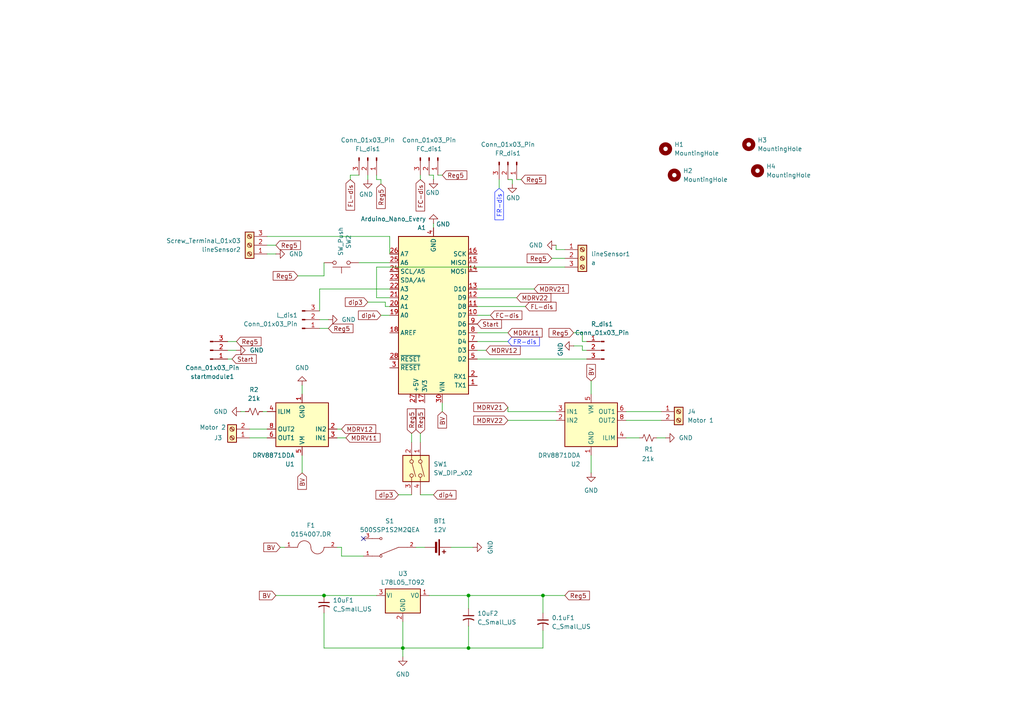
<source format=kicad_sch>
(kicad_sch (version 20250114) (generator "eeschema") (generator_version "9.0")
  (paper "A4")
  (lib_symbols
    (symbol "Connector:Conn_01x03_Pin" (pin_names (offset 1.016) (hide yes))
      (property "Reference" "J" (at 0 5.08 0))
      (property "Value" "Conn_01x03_Pin" (at 0 -5.08 0))
      (symbol "Conn_01x03_Pin_1_1"
        (rectangle (start 0.8636 2.667) (end 0 2.413) (stroke (width 0.1524)) (fill (type outline)))
        (rectangle (start 0.8636 0.127) (end 0 -0.127) (stroke (width 0.1524)) (fill (type outline)))
        (rectangle (start 0.8636 -2.413) (end 0 -2.667) (stroke (width 0.1524)) (fill (type outline)))
        (polyline (pts (xy 1.27 2.54) (xy 0.8636 2.54)) (stroke (width 0.1524)))
        (polyline (pts (xy 1.27 0) (xy 0.8636 0)) (stroke (width 0.1524)))
        (polyline (pts (xy 1.27 -2.54) (xy 0.8636 -2.54)) (stroke (width 0.1524)))
        (pin passive line (at 5.08 2.54 180) (length 3.81) (name "Pin_1") (number "1"))
        (pin passive line (at 5.08 0 180) (length 3.81) (name "Pin_2") (number "2"))
        (pin passive line (at 5.08 -2.54 180) (length 3.81) (name "Pin_3") (number "3"))
      )
    )
    (symbol "Connector:Screw_Terminal_01x02" (pin_names (offset 1.016) (hide yes))
      (property "Reference" "J" (at 0 2.54 0))
      (property "Value" "Screw_Terminal_01x02" (at 0 -5.08 0))
      (symbol "Screw_Terminal_01x02_1_1"
        (rectangle (start -1.27 1.27) (end 1.27 -3.81) (stroke (width 0.254)) (fill (type background)))
        (polyline (pts (xy -0.5334 0.3302) (xy 0.3302 -0.508)) (stroke (width 0.1524)))
        (polyline (pts (xy -0.5334 -2.2098) (xy 0.3302 -3.048)) (stroke (width 0.1524)))
        (polyline (pts (xy -0.3556 0.508) (xy 0.508 -0.3302)) (stroke (width 0.1524)))
        (polyline (pts (xy -0.3556 -2.032) (xy 0.508 -2.8702)) (stroke (width 0.1524)))
        (circle (center 0 0) (radius 0.635) (stroke (width 0.1524)))
        (circle (center 0 -2.54) (radius 0.635) (stroke (width 0.1524)))
        (pin passive line (at -5.08 0 0) (length 3.81) (name "Pin_1") (number "1"))
        (pin passive line (at -5.08 -2.54 0) (length 3.81) (name "Pin_2") (number "2"))
      )
    )
    (symbol "Connector:Screw_Terminal_01x03" (pin_names (offset 1.016) (hide yes))
      (property "Reference" "J" (at 0 5.08 0))
      (property "Value" "Screw_Terminal_01x03" (at 0 -5.08 0))
      (symbol "Screw_Terminal_01x03_1_1"
        (rectangle (start -1.27 3.81) (end 1.27 -3.81) (stroke (width 0.254)) (fill (type background)))
        (polyline (pts (xy -0.5334 2.8702) (xy 0.3302 2.032)) (stroke (width 0.1524)))
        (polyline (pts (xy -0.5334 0.3302) (xy 0.3302 -0.508)) (stroke (width 0.1524)))
        (polyline (pts (xy -0.5334 -2.2098) (xy 0.3302 -3.048)) (stroke (width 0.1524)))
        (polyline (pts (xy -0.3556 3.048) (xy 0.508 2.2098)) (stroke (width 0.1524)))
        (polyline (pts (xy -0.3556 0.508) (xy 0.508 -0.3302)) (stroke (width 0.1524)))
        (polyline (pts (xy -0.3556 -2.032) (xy 0.508 -2.8702)) (stroke (width 0.1524)))
        (circle (center 0 2.54) (radius 0.635) (stroke (width 0.1524)))
        (circle (center 0 0) (radius 0.635) (stroke (width 0.1524)))
        (circle (center 0 -2.54) (radius 0.635) (stroke (width 0.1524)))
        (pin passive line (at -5.08 2.54 0) (length 3.81) (name "Pin_1") (number "1"))
        (pin passive line (at -5.08 0 0) (length 3.81) (name "Pin_2") (number "2"))
        (pin passive line (at -5.08 -2.54 0) (length 3.81) (name "Pin_3") (number "3"))
      )
    )
    (symbol "Device:Battery_Cell" (pin_numbers (hide yes)) (pin_names (offset 0) (hide yes))
      (property "Reference" "BT" (at 2.54 2.54 0))
      (property "Value" "Battery_Cell" (at 2.54 0 0))
      (symbol "Battery_Cell_0_1"
        (rectangle (start -2.286 1.778) (end 2.286 1.524) (fill (type outline)))
        (rectangle (start -1.524 1.016) (end 1.524 0.508) (fill (type outline)))
        (polyline (pts (xy 0 1.778) (xy 0 2.54)))
        (polyline (pts (xy 0 0.762) (xy 0 0)))
        (polyline (pts (xy 0.762 3.048) (xy 1.778 3.048)) (stroke (width 0.254)))
        (polyline (pts (xy 1.27 3.556) (xy 1.27 2.54)) (stroke (width 0.254)))
      )
      (symbol "Battery_Cell_1_1"
        (pin passive line (at 0 5.08 270) (length 2.54) (name "+") (number "1"))
        (pin passive line (at 0 -2.54 90) (length 2.54) (name "-") (number "2"))
      )
    )
    (symbol "Device:C_Small_US" (pin_numbers (hide yes)) (pin_names (offset 0.254) (hide yes))
      (property "Reference" "C" (at 0.254 1.778 0))
      (property "Value" "C_Small_US" (at 0.254 -2.032 0))
      (symbol "C_Small_US_0_1"
        (polyline (pts (xy -1.524 0.508) (xy 1.524 0.508)) (stroke (width 0.3048)))
        (arc (start -1.524 -0.762) (mid 0 -0.3734) (end 1.524 -0.762) (stroke (width 0.3048)))
      )
      (symbol "C_Small_US_1_1"
        (pin passive line (at 0 2.54 270) (length 2.032) (name "~") (number "1"))
        (pin passive line (at 0 -2.54 90) (length 2.032) (name "~") (number "2"))
      )
    )
    (symbol "Device:R_Small_US" (pin_numbers (hide yes)) (pin_names (offset 0.254) (hide yes))
      (property "Reference" "R" (at 0.762 0.508 0))
      (property "Value" "R_Small_US" (at 0.762 -1.016 0))
      (symbol "R_Small_US_1_1"
        (polyline (pts (xy 0 1.524) (xy 1.016 1.143) (xy 0 0.762) (xy -1.016 0.381) (xy 0 0)))
        (polyline (pts (xy 0 0) (xy 1.016 -0.381) (xy 0 -0.762) (xy -1.016 -1.143) (xy 0 -1.524)))
        (pin passive line (at 0 2.54 270) (length 1.016) (name "~") (number "1"))
        (pin passive line (at 0 -2.54 90) (length 1.016) (name "~") (number "2"))
      )
    )
    (symbol "Driver_Motor:DRV8871DDA"
      (property "Reference" "U" (at -6.35 6.35 0))
      (property "Value" "DRV8871DDA" (at 8.89 6.35 0))
      (symbol "DRV8871DDA_0_1"
        (rectangle (start -7.62 5.08) (end 7.62 -7.62) (stroke (width 0.254)) (fill (type background)))
      )
      (symbol "DRV8871DDA_1_1"
        (pin input line (at -10.16 2.54 0) (length 2.54) (name "IN1") (number "3"))
        (pin input line (at -10.16 0 0) (length 2.54) (name "IN2") (number "2"))
        (pin power_in line (at 0 7.62 270) (length 2.54) (name "VM") (number "5"))
        (pin power_in line (at 0 -10.16 90) (length 2.54) (name "GND") (number "1"))
        (pin passive line (at 0 -10.16 90) (length 2.54) (hide yes) (name "GND") (number "7"))
        (pin passive line (at 0 -10.16 90) (length 2.54) (hide yes) (name "GND") (number "9"))
        (pin output line (at 10.16 2.54 180) (length 2.54) (name "OUT1") (number "6"))
        (pin output line (at 10.16 0 180) (length 2.54) (name "OUT2") (number "8"))
        (pin passive line (at 10.16 -5.08 180) (length 2.54) (name "ILIM") (number "4"))
      )
    )
    (symbol "Fuse_0154007_DR:0154007.DR" (pin_names (offset 1.016))
      (property "Reference" "F" (at -3.81 2.54 0))
      (property "Value" "0154007.DR" (at -3.81 -3.81 0))
      (symbol "0154007.DR_0_0"
        (polyline (pts (xy -5.08 0) (xy -3.81 0)) (stroke (width 0.1524)))
        (arc (start -3.81 0) (mid -1.905 1.8967) (end 0 0) (stroke (width 0.1524)))
        (arc (start 3.81 0) (mid 1.905 -1.8967) (end 0 0) (stroke (width 0.1524)))
        (polyline (pts (xy 5.08 0) (xy 3.81 0)) (stroke (width 0.1524)))
        (pin passive line (at -7.62 0 0) (length 2.54) (name "~") (number "1"))
        (pin passive line (at 7.62 0 180) (length 2.54) (name "~") (number "2"))
      )
    )
    (symbol "MCU_Module:Arduino_Nano_Every"
      (property "Reference" "A" (at -10.16 23.495 0))
      (property "Value" "Arduino_Nano_Every" (at 5.08 -24.13 0))
      (symbol "Arduino_Nano_Every_0_1"
        (rectangle (start -10.16 22.86) (end 10.16 -22.86) (stroke (width 0.254)) (fill (type background)))
      )
      (symbol "Arduino_Nano_Every_1_1"
        (pin bidirectional line (at -12.7 20.32 0) (length 2.54) (name "TX1") (number "1"))
        (pin bidirectional line (at -12.7 17.78 0) (length 2.54) (name "RX1") (number "2"))
        (pin bidirectional line (at -12.7 12.7 0) (length 2.54) (name "D2") (number "5"))
        (pin bidirectional line (at -12.7 10.16 0) (length 2.54) (name "D3") (number "6"))
        (pin bidirectional line (at -12.7 7.62 0) (length 2.54) (name "D4") (number "7"))
        (pin bidirectional line (at -12.7 5.08 0) (length 2.54) (name "D5") (number "8"))
        (pin bidirectional line (at -12.7 2.54 0) (length 2.54) (name "D6") (number "9"))
        (pin bidirectional line (at -12.7 0 0) (length 2.54) (name "D7") (number "10"))
        (pin bidirectional line (at -12.7 -2.54 0) (length 2.54) (name "D8") (number "11"))
        (pin bidirectional line (at -12.7 -5.08 0) (length 2.54) (name "D9") (number "12"))
        (pin bidirectional line (at -12.7 -7.62 0) (length 2.54) (name "D10") (number "13"))
        (pin bidirectional line (at -12.7 -12.7 0) (length 2.54) (name "MOSI") (number "14"))
        (pin bidirectional line (at -12.7 -15.24 0) (length 2.54) (name "MISO") (number "15"))
        (pin bidirectional line (at -12.7 -17.78 0) (length 2.54) (name "SCK") (number "16"))
        (pin power_in line (at -2.54 25.4 270) (length 2.54) (name "VIN") (number "30"))
        (pin passive line (at 0 -25.4 90) (length 2.54) (hide yes) (name "GND") (number "29"))
        (pin power_in line (at 0 -25.4 90) (length 2.54) (name "GND") (number "4"))
        (pin power_out line (at 2.54 25.4 270) (length 2.54) (name "3V3") (number "17"))
        (pin power_out line (at 5.08 25.4 270) (length 2.54) (name "+5V") (number "27"))
        (pin input line (at 12.7 15.24 180) (length 2.54) (name "~{RESET}") (number "3"))
        (pin input line (at 12.7 12.7 180) (length 2.54) (name "~{RESET}") (number "28"))
        (pin input line (at 12.7 5.08 180) (length 2.54) (name "AREF") (number "18"))
        (pin bidirectional line (at 12.7 0 180) (length 2.54) (name "A0") (number "19"))
        (pin bidirectional line (at 12.7 -2.54 180) (length 2.54) (name "A1") (number "20"))
        (pin bidirectional line (at 12.7 -5.08 180) (length 2.54) (name "A2") (number "21"))
        (pin bidirectional line (at 12.7 -7.62 180) (length 2.54) (name "A3") (number "22"))
        (pin bidirectional line (at 12.7 -10.16 180) (length 2.54) (name "SDA/A4") (number "23"))
        (pin bidirectional line (at 12.7 -12.7 180) (length 2.54) (name "SCL/A5") (number "24"))
        (pin bidirectional line (at 12.7 -15.24 180) (length 2.54) (name "A6") (number "25"))
        (pin bidirectional line (at 12.7 -17.78 180) (length 2.54) (name "A7") (number "26"))
      )
    )
    (symbol "Mechanical:MountingHole" (pin_names (offset 1.016)) (in_bom no)
      (property "Reference" "H" (at 0 5.08 0))
      (property "Value" "MountingHole" (at 0 3.175 0))
      (symbol "MountingHole_0_1"
        (circle (center 0 0) (radius 1.27) (stroke (width 1.27)))
      )
    )
    (symbol "Regulator_Linear:L78L05_TO92" (pin_names (offset 0.254))
      (property "Reference" "U" (at -3.81 3.175 0))
      (property "Value" "L78L05_TO92" (at 0 3.175 0))
      (symbol "L78L05_TO92_0_1"
        (rectangle (start -5.08 -5.08) (end 5.08 1.905) (stroke (width 0.254)) (fill (type background)))
      )
      (symbol "L78L05_TO92_1_1"
        (pin power_in line (at -7.62 0 0) (length 2.54) (name "VI") (number "3"))
        (pin power_in line (at 0 -7.62 90) (length 2.54) (name "GND") (number "2"))
        (pin power_out line (at 7.62 0 180) (length 2.54) (name "VO") (number "1"))
      )
    )
    (symbol "SPDT_slide_switch:500SSP1S2M2QEA" (pin_names (offset 1.016))
      (property "Reference" "S" (at -2.54 5.08 0))
      (property "Value" "500SSP1S2M2QEA" (at -2.54 -5.08 0))
      (symbol "500SSP1S2M2QEA_0_0"
        (polyline (pts (xy -2.54 0) (xy -5.08 0)) (stroke (width 0.1524)))
        (polyline (pts (xy -2.54 0) (xy 2.794 2.1336)) (stroke (width 0.1524)))
        (circle (center 2.54 2.54) (radius 0.3302) (stroke (width 0.1524)))
        (circle (center 2.54 -2.54) (radius 0.3302) (stroke (width 0.1524)))
        (polyline (pts (xy 5.08 2.54) (xy 2.921 2.54)) (stroke (width 0.1524)))
        (polyline (pts (xy 5.08 -2.54) (xy 2.921 -2.54)) (stroke (width 0.1524)))
        (pin passive line (at -7.62 0 0) (length 2.54) (name "~") (number "2"))
        (pin passive line (at 7.62 2.54 180) (length 2.54) (name "~") (number "1"))
        (pin passive line (at 7.62 -2.54 180) (length 2.54) (name "~") (number "3"))
      )
    )
    (symbol "Switch:SW_DIP_x02" (pin_names (offset 0) (hide yes))
      (property "Reference" "SW" (at 0 6.35 0))
      (property "Value" "SW_DIP_x02" (at 0 -3.81 0))
      (symbol "SW_DIP_x02_0_0"
        (circle (center -2.032 2.54) (radius 0.508))
        (circle (center -2.032 0) (radius 0.508))
        (polyline (pts (xy -1.524 2.667) (xy 2.3622 3.7084)))
        (polyline (pts (xy -1.524 0.127) (xy 2.3622 1.1684)))
        (circle (center 2.032 2.54) (radius 0.508))
        (circle (center 2.032 0) (radius 0.508))
      )
      (symbol "SW_DIP_x02_0_1"
        (rectangle (start -3.81 5.08) (end 3.81 -2.54) (stroke (width 0.254)) (fill (type background)))
      )
      (symbol "SW_DIP_x02_1_1"
        (pin passive line (at -7.62 2.54 0) (length 5.08) (name "~") (number "1"))
        (pin passive line (at -7.62 0 0) (length 5.08) (name "~") (number "2"))
        (pin passive line (at 7.62 2.54 180) (length 5.08) (name "~") (number "4"))
        (pin passive line (at 7.62 0 180) (length 5.08) (name "~") (number "3"))
      )
    )
    (symbol "Switch:SW_Push" (pin_numbers (hide yes)) (pin_names (offset 1.016) (hide yes))
      (property "Reference" "SW" (at 1.27 2.54 0))
      (property "Value" "SW_Push" (at 0 -1.524 0))
      (symbol "SW_Push_0_1"
        (circle (center -2.032 0) (radius 0.508))
        (polyline (pts (xy 0 1.27) (xy 0 3.048)))
        (circle (center 2.032 0) (radius 0.508))
        (polyline (pts (xy 2.54 1.27) (xy -2.54 1.27)))
        (pin passive line (at -5.08 0 0) (length 2.54) (name "1") (number "1"))
        (pin passive line (at 5.08 0 180) (length 2.54) (name "2") (number "2"))
      )
    )
    (symbol "power:GND" (power) (pin_numbers (hide yes)) (pin_names (offset 0) (hide yes))
      (property "Value" "GND" (at 0 -3.81 0))
      (symbol "GND_0_1"
        (polyline (pts (xy 0 0) (xy 0 -1.27) (xy 1.27 -1.27) (xy 0 -2.54) (xy -1.27 -1.27) (xy 0 -1.27)))
      )
      (symbol "GND_1_1"
        (pin power_in line (at 0 0 270) (length 0) (name "~") (number "1"))
      )
    )
  )
  (junction (at 135.89 172.72))
  (junction (at 93.98 172.72))
  (junction (at 135.89 187.96))
  (junction (at 157.48 172.72))
  (junction (at 116.84 187.96))
  (no_connect (at 105.41 156.21))
  (wire (pts (xy 92.71 83.82) (xy 92.71 90.17)))
  (wire (pts (xy 101.6 50.8) (xy 101.6 52.07)))
  (wire (pts (xy 115.57 143.51) (xy 119.38 143.51)))
  (wire (pts (xy 148.59 52.07) (xy 147.32 52.07)))
  (wire (pts (xy 69.85 119.38) (xy 71.12 119.38)))
  (wire (pts (xy 92.71 95.25) (xy 95.25 95.25)))
  (wire (pts (xy 138.43 104.14) (xy 170.18 104.14)))
  (wire (pts (xy 86.36 80.01) (xy 93.98 80.01)))
  (wire (pts (xy 110.49 91.44) (xy 113.03 91.44)))
  (wire (pts (xy 77.47 73.66) (xy 80.01 73.66)))
  (wire (pts (xy 149.86 86.36) (xy 138.43 86.36)))
  (wire (pts (xy 66.04 104.14) (xy 67.31 104.14)))
  (wire (pts (xy 110.49 52.07) (xy 109.22 52.07)))
  (wire (pts (xy 157.48 182.88) (xy 157.48 187.96)))
  (wire (pts (xy 147.32 119.38) (xy 147.32 118.11)))
  (wire (pts (xy 181.61 121.92) (xy 191.77 121.92)))
  (wire (pts (xy 76.2 119.38) (xy 77.47 119.38)))
  (wire (pts (xy 128.27 116.84) (xy 128.27 119.38)))
  (wire (pts (xy 160.02 74.93) (xy 163.83 74.93)))
  (wire (pts (xy 99.06 161.29) (xy 99.06 158.75)))
  (wire (pts (xy 77.47 71.12) (xy 80.01 71.12)))
  (wire (pts (xy 116.84 180.34) (xy 116.84 187.96)))
  (wire (pts (xy 109.22 86.36) (xy 113.03 86.36)))
  (wire (pts (xy 109.22 52.07) (xy 109.22 50.8)))
  (wire (pts (xy 80.01 172.72) (xy 93.98 172.72)))
  (wire (pts (xy 171.45 137.16) (xy 171.45 132.08)))
  (wire (pts (xy 87.63 132.08) (xy 87.63 137.16)))
  (wire (pts (xy 168.91 100.33) (xy 166.37 100.33)))
  (wire (pts (xy 106.68 87.63) (xy 111.76 87.63)))
  (wire (pts (xy 151.13 52.07) (xy 149.86 52.07)))
  (wire (pts (xy 125.73 50.8) (xy 125.73 52.07)))
  (wire (pts (xy 66.04 101.6) (xy 68.58 101.6)))
  (wire (pts (xy 128.27 50.8) (xy 127 50.8)))
  (wire (pts (xy 135.89 172.72) (xy 135.89 176.53)))
  (wire (pts (xy 105.41 161.29) (xy 99.06 161.29)))
  (wire (pts (xy 125.73 66.04) (xy 125.73 64.77)))
  (wire (pts (xy 97.79 124.46) (xy 99.06 124.46)))
  (wire (pts (xy 135.89 187.96) (xy 157.48 187.96)))
  (wire (pts (xy 168.91 101.6) (xy 168.91 100.33)))
  (wire (pts (xy 148.59 52.07) (xy 148.59 53.34)))
  (wire (pts (xy 138.43 101.6) (xy 140.97 101.6)))
  (wire (pts (xy 130.81 158.75) (xy 137.16 158.75)))
  (wire (pts (xy 166.37 96.52) (xy 168.91 96.52)))
  (wire (pts (xy 104.14 76.2) (xy 113.03 76.2)))
  (wire (pts (xy 109.22 77.47) (xy 163.83 77.47)))
  (wire (pts (xy 121.92 143.51) (xy 125.73 143.51)))
  (wire (pts (xy 147.32 119.38) (xy 161.29 119.38)))
  (wire (pts (xy 119.38 125.73) (xy 119.38 128.27)))
  (wire (pts (xy 110.49 52.07) (xy 110.49 53.34)))
  (wire (pts (xy 190.5 127) (xy 193.04 127)))
  (wire (pts (xy 116.84 187.96) (xy 116.84 190.5)))
  (wire (pts (xy 161.29 72.39) (xy 163.83 72.39)))
  (wire (pts (xy 72.39 127) (xy 77.47 127)))
  (wire (pts (xy 144.78 52.07) (xy 144.78 54.61)))
  (wire (pts (xy 97.79 158.75) (xy 99.06 158.75)))
  (wire (pts (xy 72.39 124.46) (xy 77.47 124.46)))
  (wire (pts (xy 168.91 96.52) (xy 168.91 99.06)))
  (wire (pts (xy 121.92 125.73) (xy 121.92 128.27)))
  (wire (pts (xy 168.91 101.6) (xy 170.18 101.6)))
  (wire (pts (xy 81.28 158.75) (xy 82.55 158.75)))
  (wire (pts (xy 93.98 187.96) (xy 116.84 187.96)))
  (wire (pts (xy 93.98 80.01) (xy 93.98 76.2)))
  (wire (pts (xy 92.71 92.71) (xy 95.25 92.71)))
  (wire (pts (xy 123.19 158.75) (xy 120.65 158.75)))
  (wire (pts (xy 157.48 172.72) (xy 163.83 172.72)))
  (wire (pts (xy 106.68 50.8) (xy 106.68 52.07)))
  (wire (pts (xy 104.14 50.8) (xy 101.6 50.8)))
  (wire (pts (xy 93.98 172.72) (xy 109.22 172.72)))
  (wire (pts (xy 111.76 87.63) (xy 111.76 88.9)))
  (wire (pts (xy 125.73 50.8) (xy 124.46 50.8)))
  (wire (pts (xy 135.89 187.96) (xy 116.84 187.96)))
  (wire (pts (xy 181.61 127) (xy 185.42 127)))
  (wire (pts (xy 92.71 83.82) (xy 113.03 83.82)))
  (wire (pts (xy 138.43 96.52) (xy 147.32 96.52)))
  (wire (pts (xy 138.43 91.44) (xy 142.24 91.44)))
  (wire (pts (xy 124.46 172.72) (xy 135.89 172.72)))
  (wire (pts (xy 168.91 99.06) (xy 170.18 99.06)))
  (wire (pts (xy 157.48 172.72) (xy 157.48 177.8)))
  (wire (pts (xy 97.79 127) (xy 100.33 127)))
  (wire (pts (xy 111.76 88.9) (xy 113.03 88.9)))
  (wire (pts (xy 135.89 172.72) (xy 157.48 172.72)))
  (wire (pts (xy 87.63 114.3) (xy 87.63 111.76)))
  (wire (pts (xy 181.61 119.38) (xy 191.77 119.38)))
  (wire (pts (xy 109.22 77.47) (xy 109.22 86.36)))
  (wire (pts (xy 147.32 121.92) (xy 161.29 121.92)))
  (wire (pts (xy 138.43 88.9) (xy 152.4 88.9)))
  (wire (pts (xy 138.43 99.06) (xy 147.32 99.06)))
  (wire (pts (xy 66.04 99.06) (xy 68.58 99.06)))
  (wire (pts (xy 161.29 72.39) (xy 161.29 71.12)))
  (wire (pts (xy 135.89 181.61) (xy 135.89 187.96)))
  (wire (pts (xy 121.92 50.8) (xy 121.92 52.07)))
  (wire (pts (xy 93.98 177.8) (xy 93.98 187.96)))
  (wire (pts (xy 154.94 83.82) (xy 138.43 83.82)))
  (wire (pts (xy 113.03 73.66) (xy 113.03 68.58)))
  (wire (pts (xy 171.45 110.49) (xy 171.45 114.3)))
  (wire (pts (xy 113.03 68.58) (xy 77.47 68.58)))
  (global_label "Reg5" (shape input) (at 151.13 52.07 0) (property "Intersheetrefs" "${INTERSHEET_REFS}" (effects (hide yes))))
  (global_label "BV" (shape input) (at 171.45 110.49 90) (property "Intersheetrefs" "${INTERSHEET_REFS}" (effects (hide yes))))
  (global_label "MDRV11" (shape input) (at 147.32 96.52 0) (property "Intersheetrefs" "${INTERSHEET_REFS}" (effects (hide yes))))
  (global_label "FR-dis" (shape input) (at 147.32 99.06 0) (property "Intersheetrefs" "${INTERSHEET_REFS}" (effects (hide yes))))
  (global_label "Start" (shape input) (at 67.31 104.14 0) (property "Intersheetrefs" "${INTERSHEET_REFS}" (effects (hide yes))))
  (global_label "dip3" (shape input) (at 115.57 143.51 180) (property "Intersheetrefs" "${INTERSHEET_REFS}" (effects (hide yes))))
  (global_label "Start" (shape input) (at 138.43 93.98 0) (property "Intersheetrefs" "${INTERSHEET_REFS}" (effects (hide yes))))
  (global_label "MDRV22" (shape input) (at 147.32 121.92 180) (property "Intersheetrefs" "${INTERSHEET_REFS}" (effects (hide yes))))
  (global_label "BV" (shape input) (at 87.63 137.16 270) (property "Intersheetrefs" "${INTERSHEET_REFS}" (effects (hide yes))))
  (global_label "FL-dis" (shape input) (at 101.6 52.07 270) (property "Intersheetrefs" "${INTERSHEET_REFS}" (effects (hide yes))))
  (global_label "Reg5" (shape input) (at 68.58 99.06 0) (property "Intersheetrefs" "${INTERSHEET_REFS}" (effects (hide yes))))
  (global_label "dip4" (shape input) (at 110.49 91.44 180) (property "Intersheetrefs" "${INTERSHEET_REFS}" (effects (hide yes))))
  (global_label "MDRV22" (shape input) (at 149.86 86.36 0) (property "Intersheetrefs" "${INTERSHEET_REFS}" (effects (hide yes))))
  (global_label "MDRV21" (shape input) (at 154.94 83.82 0) (property "Intersheetrefs" "${INTERSHEET_REFS}" (effects (hide yes))))
  (global_label "MDRV21" (shape input) (at 147.32 118.11 180) (property "Intersheetrefs" "${INTERSHEET_REFS}" (effects (hide yes))))
  (global_label "MDRV12" (shape input) (at 140.97 101.6 0) (property "Intersheetrefs" "${INTERSHEET_REFS}" (effects (hide yes))))
  (global_label "MDRV12" (shape input) (at 99.06 124.46 0) (property "Intersheetrefs" "${INTERSHEET_REFS}" (effects (hide yes))))
  (global_label "Reg5" (shape input) (at 166.37 96.52 180) (property "Intersheetrefs" "${INTERSHEET_REFS}" (effects (hide yes))))
  (global_label "dip4" (shape input) (at 125.73 143.51 0) (property "Intersheetrefs" "${INTERSHEET_REFS}" (effects (hide yes))))
  (global_label "BV" (shape input) (at 81.28 158.75 180) (property "Intersheetrefs" "${INTERSHEET_REFS}" (effects (hide yes))))
  (global_label "Reg5" (shape input) (at 119.38 125.73 90) (property "Intersheetrefs" "${INTERSHEET_REFS}" (effects (hide yes))))
  (global_label "BV" (shape input) (at 128.27 119.38 270) (property "Intersheetrefs" "${INTERSHEET_REFS}" (effects (hide yes))))
  (global_label "dip3" (shape input) (at 106.68 87.63 180) (property "Intersheetrefs" "${INTERSHEET_REFS}" (effects (hide yes))))
  (global_label "FC-dis" (shape input) (at 121.92 52.07 270) (property "Intersheetrefs" "${INTERSHEET_REFS}" (effects (hide yes))))
  (global_label "Reg5" (shape input) (at 110.49 53.34 270) (property "Intersheetrefs" "${INTERSHEET_REFS}" (effects (hide yes))))
  (global_label "Reg5" (shape input) (at 86.36 80.01 180) (property "Intersheetrefs" "${INTERSHEET_REFS}" (effects (hide yes))))
  (global_label "BV" (shape input) (at 80.01 172.72 180) (property "Intersheetrefs" "${INTERSHEET_REFS}" (effects (hide yes))))
  (global_label "MDRV11" (shape input) (at 100.33 127 0) (property "Intersheetrefs" "${INTERSHEET_REFS}" (effects (hide yes))))
  (global_label "Reg5" (shape input) (at 160.02 74.93 180) (property "Intersheetrefs" "${INTERSHEET_REFS}" (effects (hide yes))))
  (global_label "FR-dis" (shape input) (at 144.78 54.61 270) (property "Intersheetrefs" "${INTERSHEET_REFS}" (effects (hide yes))))
  (global_label "Reg5" (shape input) (at 95.25 95.25 0) (property "Intersheetrefs" "${INTERSHEET_REFS}" (effects (hide yes))))
  (global_label "Reg5" (shape input) (at 128.27 50.8 0) (property "Intersheetrefs" "${INTERSHEET_REFS}" (effects (hide yes))))
  (global_label "FL-dis" (shape input) (at 152.4 88.9 0) (property "Intersheetrefs" "${INTERSHEET_REFS}" (effects (hide yes))))
  (global_label "Reg5" (shape input) (at 163.83 172.72 0) (property "Intersheetrefs" "${INTERSHEET_REFS}" (effects (hide yes))))
  (global_label "FC-dis" (shape input) (at 142.24 91.44 0) (property "Intersheetrefs" "${INTERSHEET_REFS}" (effects (hide yes))))
  (global_label "Reg5" (shape input) (at 121.92 125.73 90) (property "Intersheetrefs" "${INTERSHEET_REFS}" (effects (hide yes))))
  (global_label "Reg5" (shape input) (at 80.01 71.12 0) (property "Intersheetrefs" "${INTERSHEET_REFS}" (effects (hide yes))))
  (symbol (lib_id "power:GND") (at 125.73 64.77 180) (unit 1)
    (property "Reference" "#PWR01" (effects (hide yes)))
    (property "Value" "GND" (at 128.524 65.024 0))
    (property "Description" "Power symbol creates a global label with name \"GND\" , ground" (effects (hide yes)))
  )
  (symbol (lib_id "Connector:Conn_01x03_Pin") (at 175.26 101.6 0) (mirror y) (unit 1)
    (property "Reference" "R_dis1" (at 174.625 93.98 0))
    (property "Value" "Conn_01x03_Pin" (at 174.625 96.52 0))
    (property "Footprint" "TerminalBlock:TerminalBlock_Xinya_XY308-2.54-3P_1x03_P2.54mm_Horizontal" (effects (hide yes)))
    (property "Description" "Generic connector, single row, 01x03, script generated" (effects (hide yes)))
  )
  (symbol (lib_id "Mechanical:MountingHole") (at 217.17 41.91 0) (unit 1) (in_bom no)
    (property "Reference" "H3" (at 219.71 40.6399 0) (effects (justify left)))
    (property "Value" "MountingHole" (at 219.71 43.1799 0) (effects (justify left)))
    (property "Footprint" "MountingHole:MountingHole_3.2mm_M3" (effects (hide yes)))
    (property "Description" "Mounting Hole without connection" (effects (hide yes)))
  )
  (symbol (lib_id "Connector:Conn_01x03_Pin") (at 147.32 46.99 270) (unit 1)
    (property "Reference" "FR_dis1" (at 147.32 44.45 90))
    (property "Value" "Conn_01x03_Pin" (at 147.32 41.91 90))
    (property "Footprint" "TerminalBlock:TerminalBlock_Xinya_XY308-2.54-3P_1x03_P2.54mm_Horizontal" (effects (hide yes)))
    (property "Description" "Generic connector, single row, 01x03, script generated" (effects (hide yes)))
  )
  (symbol (lib_id "power:GND") (at 161.29 71.12 270) (unit 1)
    (property "Reference" "#PWR013" (effects (hide yes)))
    (property "Value" "GND" (at 157.48 71.1199 90) (effects (justify right)))
    (property "Description" "Power symbol creates a global label with name \"GND\" , ground" (effects (hide yes)))
  )
  (symbol (lib_id "Driver_Motor:DRV8871DDA") (at 171.45 121.92 0) (unit 1)
    (property "Reference" "U2" (at 168.3319 134.62 0) (effects (justify right)))
    (property "Value" "DRV8871DDA" (at 168.3319 132.08 0) (effects (justify right)))
    (property "Footprint" "Package_SO:Texas_HTSOP-8-1EP_3.9x4.9mm_P1.27mm_EP2.95x4.9mm_Mask2.4x3.1mm_ThermalVias" (effects (hide yes)))
    (property "Datasheet" "http://www.ti.com/lit/ds/symlink/drv8871.pdf" (effects (hide yes)))
    (property "Description" "Brushed DC Motor Driver, PWM Control, 45V, 3.6A, Current limiting, HTSOP-8" (effects (hide yes)))
  )
  (symbol (lib_id "Mechanical:MountingHole") (at 195.58 50.8 0) (unit 1) (in_bom no)
    (property "Reference" "H2" (at 198.12 49.5299 0) (effects (justify left)))
    (property "Value" "MountingHole" (at 198.12 52.0699 0) (effects (justify left)))
    (property "Footprint" "MountingHole:MountingHole_3.2mm_M3" (effects (hide yes)))
    (property "Description" "Mounting Hole without connection" (effects (hide yes)))
  )
  (symbol (lib_id "power:GND") (at 69.85 119.38 270) (unit 1)
    (property "Reference" "#PWR06" (effects (hide yes)))
    (property "Value" "GND" (at 66.04 119.3799 90) (effects (justify right)))
    (property "Description" "Power symbol creates a global label with name \"GND\" , ground" (effects (hide yes)))
  )
  (symbol (lib_id "Driver_Motor:DRV8871DDA") (at 87.63 124.46 180) (unit 1)
    (property "Reference" "U1" (at 85.4867 134.62 0) (effects (justify left)))
    (property "Value" "DRV8871DDA" (at 85.4867 132.08 0) (effects (justify left)))
    (property "Footprint" "Package_SO:Texas_HTSOP-8-1EP_3.9x4.9mm_P1.27mm_EP2.95x4.9mm_Mask2.4x3.1mm_ThermalVias" (effects (hide yes)))
    (property "Datasheet" "http://www.ti.com/lit/ds/symlink/drv8871.pdf" (effects (hide yes)))
    (property "Description" "Brushed DC Motor Driver, PWM Control, 45V, 3.6A, Current limiting, HTSOP-8" (effects (hide yes)))
  )
  (symbol (lib_id "Mechanical:MountingHole") (at 193.04 43.18 0) (unit 1) (in_bom no)
    (property "Reference" "H1" (at 195.58 41.9099 0) (effects (justify left)))
    (property "Value" "MountingHole" (at 195.58 44.4499 0) (effects (justify left)))
    (property "Footprint" "MountingHole:MountingHole_3.2mm_M3" (effects (hide yes)))
    (property "Description" "Mounting Hole without connection" (effects (hide yes)))
  )
  (symbol (lib_id "Connector:Conn_01x03_Pin") (at 60.96 101.6 0) (mirror x) (unit 1)
    (property "Reference" "startmodule1" (at 61.595 109.22 0))
    (property "Value" "Conn_01x03_Pin" (at 61.595 106.68 0))
    (property "Footprint" "Connector_PinHeader_2.54mm:PinHeader_1x03_P2.54mm_Vertical" (effects (hide yes)))
    (property "Description" "Generic connector, single row, 01x03, script generated" (effects (hide yes)))
  )
  (symbol (lib_id "power:GND") (at 171.45 137.16 0) (unit 1)
    (property "Reference" "#PWR03" (effects (hide yes)))
    (property "Value" "GND" (at 171.45 142.24 0))
    (property "Description" "Power symbol creates a global label with name \"GND\" , ground" (effects (hide yes)))
  )
  (symbol (lib_id "Regulator_Linear:L78L05_TO92") (at 116.84 172.72 0) (unit 1)
    (property "Reference" "U3" (at 116.84 166.37 0))
    (property "Value" "L78L05_TO92" (at 116.84 168.91 0))
    (property "Footprint" "Connector_PinHeader_2.54mm:PinHeader_1x03_P2.54mm_Vertical" (effects (hide yes)))
    (property "Datasheet" "http://www.st.com/content/ccc/resource/technical/document/datasheet/15/55/e5/aa/23/5b/43/fd/CD00000446.pdf/files/CD00000446.pdf/jcr:content/translations/en.CD00000446.pdf" (effects (hide yes)))
    (property "Description" "Positive 100mA 30V Linear Regulator, Fixed Output 5V, TO-92" (effects (hide yes)))
  )
  (symbol (lib_id "Device:C_Small_US") (at 157.48 180.34 0) (unit 1)
    (property "Reference" "0.1uF1" (at 160.02 179.1969 0) (effects (justify left)))
    (property "Value" "C_Small_US" (at 160.02 181.7369 0) (effects (justify left)))
    (property "Footprint" "Capacitor_SMD:C_0805_2012Metric" (effects (hide yes)))
    (property "Description" "capacitor, small US symbol" (effects (hide yes)))
  )
  (symbol (lib_id "Connector:Conn_01x03_Pin") (at 106.68 45.72 270) (unit 1)
    (property "Reference" "FL_dis1" (at 106.68 43.18 90))
    (property "Value" "Conn_01x03_Pin" (at 106.68 40.64 90))
    (property "Footprint" "TerminalBlock:TerminalBlock_Xinya_XY308-2.54-3P_1x03_P2.54mm_Horizontal" (effects (hide yes)))
    (property "Description" "Generic connector, single row, 01x03, script generated" (effects (hide yes)))
  )
  (symbol (lib_id "power:GND") (at 116.84 190.5 0) (unit 1)
    (property "Reference" "#PWR015" (effects (hide yes)))
    (property "Value" "GND" (at 116.84 195.58 0))
    (property "Description" "Power symbol creates a global label with name \"GND\" , ground" (effects (hide yes)))
  )
  (symbol (lib_id "Connector:Screw_Terminal_01x02") (at 67.31 127 180) (unit 1)
    (property "Reference" "J3" (at 63.246 127 0))
    (property "Value" "Motor 2" (at 61.722 123.952 0))
    (property "Footprint" "TerminalBlock:TerminalBlock_Xinya_XY308-2.54-2P_1x02_P2.54mm_Horizontal" (effects (hide yes)))
    (property "Description" "Generic screw terminal, single row, 01x02, script generated (kicad-library-utils/schlib/autogen/connector/)" (effects (hide yes)))
  )
  (symbol (lib_id "Switch:SW_DIP_x02") (at 119.38 135.89 270) (unit 1)
    (property "Reference" "SW1" (at 125.73 134.6199 90) (effects (justify left)))
    (property "Value" "SW_DIP_x02" (at 125.73 137.1599 90) (effects (justify left)))
    (property "Footprint" "Button_Switch_THT:SW_DIP_SPSTx02_Slide_9.78x7.26mm_W7.62mm_P2.54mm" (effects (hide yes)))
    (property "Description" "2x DIP Switch, Single Pole Single Throw (SPST) switch, small symbol" (effects (hide yes)))
  )
  (symbol (lib_id "Connector:Conn_01x03_Pin") (at 124.46 45.72 270) (unit 1)
    (property "Reference" "FC_dis1" (at 124.46 43.18 90))
    (property "Value" "Conn_01x03_Pin" (at 124.46 40.64 90))
    (property "Footprint" "TerminalBlock:TerminalBlock_Xinya_XY308-2.54-3P_1x03_P2.54mm_Horizontal" (effects (hide yes)))
    (property "Description" "Generic connector, single row, 01x03, script generated" (effects (hide yes)))
  )
  (symbol (lib_id "power:GND") (at 193.04 127 90) (unit 1)
    (property "Reference" "#PWR05" (effects (hide yes)))
    (property "Value" "GND" (at 196.85 126.9999 90) (effects (justify right)))
    (property "Description" "Power symbol creates a global label with name \"GND\" , ground" (effects (hide yes)))
  )
  (symbol (lib_id "Switch:SW_Push") (at 99.06 76.2 180) (unit 1)
    (property "Reference" "SW2" (at 101.092 68.072 90) (effects (justify left)))
    (property "Value" "SW_Push" (at 98.806 65.786 90) (effects (justify left)))
    (property "Footprint" "Button_Switch_THT:SW_PUSH_6mm_H5mm" (effects (hide yes)))
    (property "Description" "Push button switch, generic, two pins" (effects (hide yes)))
  )
  (symbol (lib_id "power:GND") (at 125.73 52.07 0) (unit 1)
    (property "Reference" "#PWR09" (effects (hide yes)))
    (property "Value" "GND" (at 125.476 55.88 0))
    (property "Description" "Power symbol creates a global label with name \"GND\" , ground" (effects (hide yes)))
  )
  (symbol (lib_id "Device:R_Small_US") (at 187.96 127 270) (unit 1)
    (property "Reference" "R1" (at 188.214 130.302 90))
    (property "Value" "21k" (at 187.96 133.096 90))
    (property "Footprint" "Resistor_SMD:R_0805_2012Metric" (effects (hide yes)))
    (property "Description" "Resistor, small US symbol" (effects (hide yes)))
  )
  (symbol (lib_id "Fuse_0154007_DR:0154007.DR") (at 90.17 158.75 0) (unit 1)
    (property "Reference" "F1" (at 90.17 152.4 0))
    (property "Value" "0154007.DR" (at 90.17 154.94 0))
    (property "Footprint" "Fuse_0154007.DR:FUSE_0154007.DR" (effects (hide yes)))
    (property "MAXIMUM_PACKAGE_HEIGHT" "3.81mm" (effects (hide yes)))
    (property "CREATOR" "AAMIR" (effects (hide yes)))
    (property "STANDARD" "Manufacturer Recommendations" (effects (hide yes)))
    (property "PARTREV" "GD" (effects (hide yes)))
    (property "VERIFIER" "ASHISH" (effects (hide yes)))
    (property "MANUFACTURER" "Littelfuse" (effects (hide yes)))
  )
  (symbol (lib_id "Connector:Screw_Terminal_01x03") (at 168.91 74.93 0) (unit 1)
    (property "Reference" "lineSensor1" (at 171.45 73.6599 0) (effects (justify left)))
    (property "Value" "a" (at 171.45 76.1999 0) (effects (justify left)))
    (property "Footprint" "Connector_JST:JST_EH_B3B-EH-A_1x03_P2.50mm_Vertical" (effects (hide yes)))
    (property "Description" "Generic screw terminal, single row, 01x03, script generated (kicad-library-utils/schlib/autogen/connector/)" (effects (hide yes)))
  )
  (symbol (lib_id "power:GND") (at 106.68 52.07 0) (unit 1)
    (property "Reference" "#PWR010" (effects (hide yes)))
    (property "Value" "GND" (at 106.172 56.388 0))
    (property "Description" "Power symbol creates a global label with name \"GND\" , ground" (effects (hide yes)))
  )
  (symbol (lib_id "power:GND") (at 68.58 101.6 90) (unit 1)
    (property "Reference" "#PWR014" (effects (hide yes)))
    (property "Value" "GND" (at 72.39 101.5999 90) (effects (justify right)))
    (property "Description" "Power symbol creates a global label with name \"GND\" , ground" (effects (hide yes)))
  )
  (symbol (lib_id "power:GND") (at 148.59 53.34 0) (unit 1)
    (property "Reference" "#PWR08" (effects (hide yes)))
    (property "Value" "GND" (at 148.844 57.404 0))
    (property "Description" "Power symbol creates a global label with name \"GND\" , ground" (effects (hide yes)))
  )
  (symbol (lib_id "SPDT_slide_switch:500SSP1S2M2QEA") (at 113.03 158.75 180) (unit 1)
    (property "Reference" "S1" (at 113.03 151.13 0))
    (property "Value" "500SSP1S2M2QEA" (at 113.03 153.67 0))
    (property "Footprint" "Luigi:SW_500SSP1S2M2QEA" (effects (hide yes)))
    (property "MF" "e-switch inc" (effects (hide yes)))
    (property "MAXIMUM_PACKAGE_HEIGHT" "13.59mm" (effects (hide yes)))
    (property "Package" "None" (effects (hide yes)))
    (property "Price" "None" (effects (hide yes)))
    (property "Check_prices" "https://www.snapeda.com/parts/500SSP1S2M2QEA/E-Switch/view-part/?ref=eda" (effects (hide yes)))
    (property "STANDARD" "Manufacturer Recommendations" (effects (hide yes)))
    (property "PARTREV" "C" (effects (hide yes)))
    (property "SnapEDA_Link" "https://www.snapeda.com/parts/500SSP1S2M2QEA/E-Switch/view-part/?ref=snap" (effects (hide yes)))
    (property "MP" "500SSP1S2M2QEA" (effects (hide yes)))
    (property "Description_1" "Slide Switch SPDT Through Hole" (effects (hide yes)))
    (property "Availability" "In Stock" (effects (hide yes)))
    (property "MANUFACTURER" "E-switch" (effects (hide yes)))
  )
  (symbol (lib_id "power:GND") (at 166.37 100.33 270) (mirror x) (unit 1)
    (property "Reference" "#PWR011" (effects (hide yes)))
    (property "Value" "GND" (at 162.56 101.346 0))
    (property "Description" "Power symbol creates a global label with name \"GND\" , ground" (effects (hide yes)))
  )
  (symbol (lib_id "power:GND") (at 137.16 158.75 90) (unit 1)
    (property "Reference" "#PWR02" (effects (hide yes)))
    (property "Value" "GND" (at 142.24 158.75 0))
    (property "Description" "Power symbol creates a global label with name \"GND\" , ground" (effects (hide yes)))
  )
  (symbol (lib_id "Connector:Screw_Terminal_01x02") (at 196.85 119.38 0) (unit 1)
    (property "Reference" "J4" (at 199.39 119.3799 0) (effects (justify left)))
    (property "Value" "Motor 1" (at 199.39 121.9199 0) (effects (justify left)))
    (property "Footprint" "TerminalBlock:TerminalBlock_Xinya_XY308-2.54-2P_1x02_P2.54mm_Horizontal" (effects (hide yes)))
    (property "Description" "Generic screw terminal, single row, 01x02, script generated (kicad-library-utils/schlib/autogen/connector/)" (effects (hide yes)))
  )
  (symbol (lib_id "power:GND") (at 80.01 73.66 90) (unit 1)
    (property "Reference" "#PWR012" (effects (hide yes)))
    (property "Value" "GND" (at 83.82 73.6599 90) (effects (justify right)))
    (property "Description" "Power symbol creates a global label with name \"GND\" , ground" (effects (hide yes)))
  )
  (symbol (lib_id "power:GND") (at 95.25 92.71 90) (mirror x) (unit 1)
    (property "Reference" "#PWR07" (effects (hide yes)))
    (property "Value" "GND" (at 99.06 92.7101 90) (effects (justify right)))
    (property "Description" "Power symbol creates a global label with name \"GND\" , ground" (effects (hide yes)))
  )
  (symbol (lib_id "Device:C_Small_US") (at 135.89 179.07 0) (unit 1)
    (property "Reference" "10uF2" (at 138.43 177.9269 0) (effects (justify left)))
    (property "Value" "C_Small_US" (at 138.43 180.4669 0) (effects (justify left)))
    (property "Footprint" "Capacitor_SMD:C_0805_2012Metric" (effects (hide yes)))
    (property "Description" "capacitor, small US symbol" (effects (hide yes)))
  )
  (symbol (lib_id "power:GND") (at 87.63 111.76 180) (unit 1)
    (property "Reference" "#PWR04" (effects (hide yes)))
    (property "Value" "GND" (at 87.63 106.68 0))
    (property "Description" "Power symbol creates a global label with name \"GND\" , ground" (effects (hide yes)))
  )
  (symbol (lib_id "Mechanical:MountingHole") (at 219.71 49.53 0) (unit 1) (in_bom no)
    (property "Reference" "H4" (at 222.25 48.2599 0) (effects (justify left)))
    (property "Value" "MountingHole" (at 222.25 50.7999 0) (effects (justify left)))
    (property "Footprint" "MountingHole:MountingHole_3.2mm_M3" (effects (hide yes)))
    (property "Description" "Mounting Hole without connection" (effects (hide yes)))
  )
  (symbol (lib_id "Device:C_Small_US") (at 93.98 175.26 0) (unit 1)
    (property "Reference" "10uF1" (at 96.52 174.1169 0) (effects (justify left)))
    (property "Value" "C_Small_US" (at 96.52 176.6569 0) (effects (justify left)))
    (property "Footprint" "Capacitor_SMD:C_0805_2012Metric" (effects (hide yes)))
    (property "Description" "capacitor, small US symbol" (effects (hide yes)))
  )
  (symbol (lib_id "Connector:Screw_Terminal_01x03") (at 72.39 71.12 180) (unit 1)
    (property "Reference" "lineSensor2" (at 69.85 72.3901 0) (effects (justify left)))
    (property "Value" "Screw_Terminal_01x03" (at 69.85 69.8501 0) (effects (justify left)))
    (property "Footprint" "Connector_JST:JST_EH_B3B-EH-A_1x03_P2.50mm_Vertical" (effects (hide yes)))
    (property "Description" "Generic screw terminal, single row, 01x03, script generated (kicad-library-utils/schlib/autogen/connector/)" (effects (hide yes)))
  )
  (symbol (lib_id "Device:Battery_Cell") (at 125.73 158.75 270) (unit 1)
    (property "Reference" "BT1" (at 127.5715 151.13 90))
    (property "Value" "12V" (at 127.5715 153.67 90))
    (property "Footprint" "Connector_AMASS:AMASS_XT30U-F_1x02_P5.0mm_Vertical" (effects (hide yes)))
    (property "Description" "Single-cell battery" (effects (hide yes)))
  )
  (symbol (lib_id "MCU_Module:Arduino_Nano_Every") (at 125.73 91.44 180) (unit 1)
    (property "Reference" "A1" (at 123.5867 66.04 0) (effects (justify left)))
    (property "Value" "Arduino_Nano_Every" (at 123.5867 63.5 0) (effects (justify left)))
    (property "Footprint" "Module:Arduino_Nano" (effects (hide yes)))
    (property "Datasheet" "https://content.arduino.cc/assets/NANOEveryV3.0_sch.pdf" (effects (hide yes)))
    (property "Description" "Arduino Nano Every" (effects (hide yes)))
  )
  (symbol (lib_id "Device:R_Small_US") (at 73.66 119.38 90) (unit 1)
    (property "Reference" "R2" (at 73.66 113.03 90))
    (property "Value" "21k" (at 73.66 115.57 90))
    (property "Footprint" "Resistor_SMD:R_0805_2012Metric" (effects (hide yes)))
    (property "Description" "Resistor, small US symbol" (effects (hide yes)))
  )
  (symbol (lib_id "Connector:Conn_01x03_Pin") (at 87.63 92.71 0) (mirror x) (unit 1)
    (property "Reference" "L_dis1" (at 86.36 91.4399 0) (effects (justify right)))
    (property "Value" "Conn_01x03_Pin" (at 86.36 93.9799 0) (effects (justify right)))
    (property "Footprint" "TerminalBlock:TerminalBlock_Xinya_XY308-2.54-3P_1x03_P2.54mm_Horizontal" (effects (hide yes)))
    (property "Description" "Generic connector, single row, 01x03, script generated" (effects (hide yes)))
  )
)
</source>
